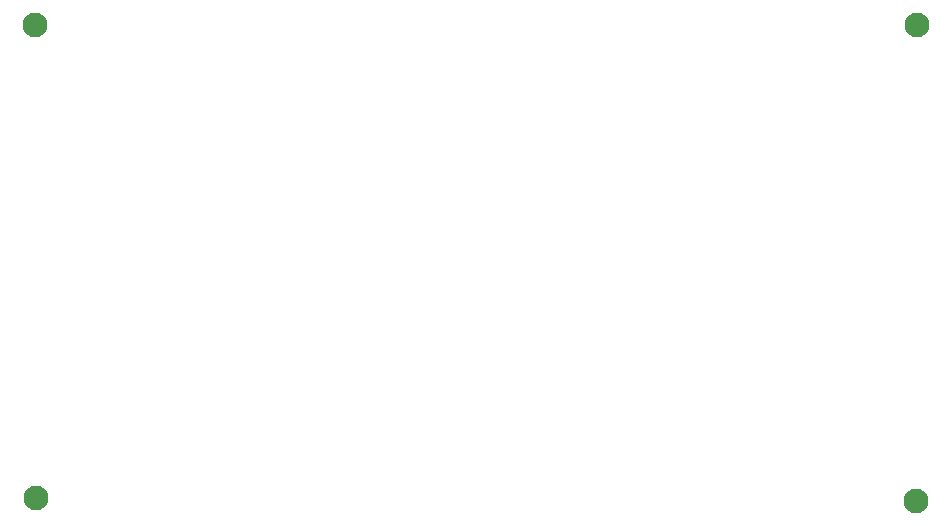
<source format=gbr>
%TF.GenerationSoftware,KiCad,Pcbnew,9.0.0*%
%TF.CreationDate,2025-03-31T14:23:32+05:30*%
%TF.ProjectId,Buck,4275636b-2e6b-4696-9361-645f70636258,rev?*%
%TF.SameCoordinates,Original*%
%TF.FileFunction,Soldermask,Bot*%
%TF.FilePolarity,Negative*%
%FSLAX46Y46*%
G04 Gerber Fmt 4.6, Leading zero omitted, Abs format (unit mm)*
G04 Created by KiCad (PCBNEW 9.0.0) date 2025-03-31 14:23:32*
%MOMM*%
%LPD*%
G01*
G04 APERTURE LIST*
%ADD10C,2.100000*%
G04 APERTURE END LIST*
D10*
%TO.C,H2*%
X198500000Y-102880000D03*
%TD*%
%TO.C,H1*%
X123860000Y-102860000D03*
%TD*%
%TO.C,H4*%
X123930000Y-142880000D03*
%TD*%
%TO.C,H3*%
X198430000Y-143170000D03*
%TD*%
M02*

</source>
